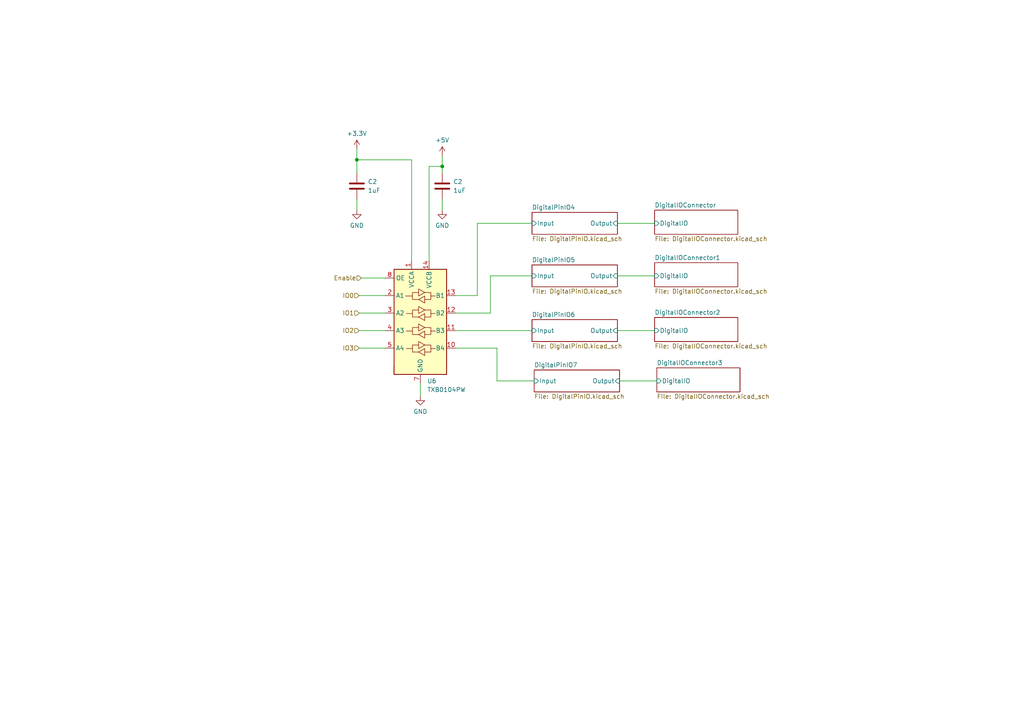
<source format=kicad_sch>
(kicad_sch (version 20230121) (generator eeschema)
  (paper "A4")
  (lib_symbols
    (symbol "Device:C" (pin_numbers hide) (pin_names (offset 0.254))
      (property "Reference" "C" (at 0.635 2.54 0))
      (property "Value" "C" (at 0.635 -2.54 0))
      (symbol "C_0_1"
        (polyline (pts (xy -2.032 -0.762) (xy 2.032 -0.762)) (stroke (width 0.508)))
        (polyline (pts (xy -2.032 0.762) (xy 2.032 0.762)) (stroke (width 0.508)))
      )
      (symbol "C_1_1"
        (pin passive line (at 0 3.81 270) (length 2.794) (name "~") (number "1"))
        (pin passive line (at 0 -3.81 90) (length 2.794) (name "~") (number "2"))
      )
    )
    (symbol "Logic_LevelTranslator:TXB0104PW"
      (property "Reference" "U" (at -6.35 16.51 0))
      (property "Value" "TXB0104PW" (at 3.81 16.51 0))
      (symbol "TXB0104PW_0_1"
        (rectangle (start -7.62 -15.24) (end -7.62 -12.7) (stroke (width 0.254)))
        (rectangle (start -7.62 15.24) (end 7.62 -15.24) (stroke (width 0.254)) (fill (type background)))
        (polyline (pts (xy -2.286 -7.747) (xy -2.286 -6.731) (xy -0.508 -6.731)))
        (polyline (pts (xy -2.286 -2.667) (xy -2.286 -1.651) (xy -0.508 -1.651)))
        (polyline (pts (xy -2.286 2.413) (xy -2.286 3.429) (xy -0.508 3.429)))
        (polyline (pts (xy -2.286 7.493) (xy -2.286 8.509) (xy -0.508 8.509)))
        (polyline (pts (xy 3.048 -7.747) (xy 3.048 -8.763) (xy 1.27 -8.763)))
        (polyline (pts (xy 3.048 -2.667) (xy 3.048 -3.683) (xy 1.27 -3.683)))
        (polyline (pts (xy 3.048 2.413) (xy 3.048 1.397) (xy 1.27 1.397)))
        (polyline (pts (xy 3.048 7.493) (xy 3.048 6.477) (xy 1.27 6.477)))
        (polyline (pts (xy -0.508 -8.763) (xy -2.286 -8.763) (xy -2.286 -7.747) (xy -4.064 -7.747)))
        (polyline (pts (xy -0.508 -8.763) (xy 1.27 -7.747) (xy 1.27 -9.779) (xy -0.508 -8.763)))
        (polyline (pts (xy -0.508 -3.683) (xy -2.286 -3.683) (xy -2.286 -2.667) (xy -4.064 -2.667)))
        (polyline (pts (xy -0.508 -3.683) (xy 1.27 -2.667) (xy 1.27 -4.699) (xy -0.508 -3.683)))
        (polyline (pts (xy -0.508 1.397) (xy -2.286 1.397) (xy -2.286 2.413) (xy -4.064 2.413)))
        (polyline (pts (xy -0.508 1.397) (xy 1.27 2.413) (xy 1.27 0.381) (xy -0.508 1.397)))
        (polyline (pts (xy -0.508 6.477) (xy -2.286 6.477) (xy -2.286 7.493) (xy -4.318 7.493)))
        (polyline (pts (xy -0.508 6.477) (xy 1.27 7.493) (xy 1.27 5.461) (xy -0.508 6.477)))
        (polyline (pts (xy 1.27 -6.731) (xy -0.508 -7.747) (xy -0.508 -5.715) (xy 1.27 -6.731)))
        (polyline (pts (xy 1.27 -6.731) (xy 3.048 -6.731) (xy 3.048 -7.747) (xy 4.318 -7.747)))
        (polyline (pts (xy 1.27 -1.651) (xy -0.508 -2.667) (xy -0.508 -0.635) (xy 1.27 -1.651)))
        (polyline (pts (xy 1.27 -1.651) (xy 3.048 -1.651) (xy 3.048 -2.667) (xy 4.318 -2.667)))
        (polyline (pts (xy 1.27 3.429) (xy -0.508 2.413) (xy -0.508 4.445) (xy 1.27 3.429)))
        (polyline (pts (xy 1.27 3.429) (xy 3.048 3.429) (xy 3.048 2.413) (xy 4.318 2.413)))
        (polyline (pts (xy 1.27 8.509) (xy -0.508 7.493) (xy -0.508 9.525) (xy 1.27 8.509)))
        (polyline (pts (xy 1.27 8.509) (xy 3.048 8.509) (xy 3.048 7.493) (xy 4.318 7.493)))
      )
      (symbol "TXB0104PW_1_1"
        (pin power_in line (at -2.54 17.78 270) (length 2.54) (name "VCCA") (number "1"))
        (pin bidirectional line (at 10.16 -7.62 180) (length 2.54) (name "B4") (number "10"))
        (pin bidirectional line (at 10.16 -2.54 180) (length 2.54) (name "B3") (number "11"))
        (pin bidirectional line (at 10.16 2.54 180) (length 2.54) (name "B2") (number "12"))
        (pin bidirectional line (at 10.16 7.62 180) (length 2.54) (name "B1") (number "13"))
        (pin power_in line (at 2.54 17.78 270) (length 2.54) (name "VCCB") (number "14"))
        (pin bidirectional line (at -10.16 7.62 0) (length 2.54) (name "A1") (number "2"))
        (pin bidirectional line (at -10.16 2.54 0) (length 2.54) (name "A2") (number "3"))
        (pin bidirectional line (at -10.16 -2.54 0) (length 2.54) (name "A3") (number "4"))
        (pin bidirectional line (at -10.16 -7.62 0) (length 2.54) (name "A4") (number "5"))
        (pin no_connect line (at -7.62 -12.7 0) (length 2.54) hide (name "NC") (number "6"))
        (pin power_in line (at 0 -17.78 90) (length 2.54) (name "GND") (number "7"))
        (pin input line (at -10.16 12.7 0) (length 2.54) (name "OE") (number "8"))
        (pin no_connect line (at 7.62 -12.7 180) (length 2.54) hide (name "NC") (number "9"))
      )
    )
    (symbol "power:+3.3V" (power) (pin_names (offset 0))
      (property "Value" "+3.3V" (at 0 3.556 0))
      (symbol "+3.3V_0_1"
        (polyline (pts (xy -0.762 1.27) (xy 0 2.54)))
        (polyline (pts (xy 0 0) (xy 0 2.54)))
        (polyline (pts (xy 0 2.54) (xy 0.762 1.27)))
      )
      (symbol "+3.3V_1_1"
        (pin power_in line (at 0 0 90) (length 0) hide (name "+3.3V") (number "1"))
      )
    )
    (symbol "power:+5V" (power) (pin_names (offset 0))
      (property "Value" "+5V" (at 0 3.556 0))
      (symbol "+5V_0_1"
        (polyline (pts (xy -0.762 1.27) (xy 0 2.54)))
        (polyline (pts (xy 0 0) (xy 0 2.54)))
        (polyline (pts (xy 0 2.54) (xy 0.762 1.27)))
      )
      (symbol "+5V_1_1"
        (pin power_in line (at 0 0 90) (length 0) hide (name "+5V") (number "1"))
      )
    )
    (symbol "power:GND" (power) (pin_names (offset 0))
      (property "Value" "GND" (at 0 -3.81 0))
      (symbol "GND_0_1"
        (polyline (pts (xy 0 0) (xy 0 -1.27) (xy 1.27 -1.27) (xy 0 -2.54) (xy -1.27 -1.27) (xy 0 -1.27)))
      )
      (symbol "GND_1_1"
        (pin power_in line (at 0 0 270) (length 0) hide (name "GND") (number "1"))
      )
    )
  )
  (junction (at 128.27 48.26))
  (junction (at 103.505 46.355))
  (wire (pts (xy 104.14 90.805) (xy 111.76 90.805)))
  (wire (pts (xy 132.08 85.725) (xy 138.43 85.725)))
  (wire (pts (xy 132.08 95.885) (xy 154.305 95.885)))
  (wire (pts (xy 179.07 80.01) (xy 189.865 80.01)))
  (wire (pts (xy 138.43 64.77) (xy 154.305 64.77)))
  (wire (pts (xy 103.505 43.18) (xy 103.505 46.355)))
  (wire (pts (xy 128.27 48.26) (xy 128.27 50.165)))
  (wire (pts (xy 132.08 100.965) (xy 144.145 100.965)))
  (wire (pts (xy 119.38 46.355) (xy 119.38 75.565)))
  (wire (pts (xy 142.24 80.01) (xy 154.305 80.01)))
  (wire (pts (xy 124.46 75.565) (xy 124.46 48.26)))
  (wire (pts (xy 179.07 95.885) (xy 189.865 95.885)))
  (wire (pts (xy 128.27 57.785) (xy 128.27 60.96)))
  (wire (pts (xy 104.14 100.965) (xy 111.76 100.965)))
  (wire (pts (xy 104.775 80.645) (xy 111.76 80.645)))
  (wire (pts (xy 179.705 110.49) (xy 190.5 110.49)))
  (wire (pts (xy 128.27 45.085) (xy 128.27 48.26)))
  (wire (pts (xy 144.145 110.49) (xy 154.94 110.49)))
  (wire (pts (xy 121.92 111.125) (xy 121.92 114.935)))
  (wire (pts (xy 132.08 90.805) (xy 142.24 90.805)))
  (wire (pts (xy 179.07 64.77) (xy 189.865 64.77)))
  (wire (pts (xy 103.505 46.355) (xy 119.38 46.355)))
  (wire (pts (xy 104.14 85.725) (xy 111.76 85.725)))
  (wire (pts (xy 103.505 46.355) (xy 103.505 50.165)))
  (wire (pts (xy 138.43 85.725) (xy 138.43 64.77)))
  (wire (pts (xy 103.505 57.785) (xy 103.505 60.96)))
  (wire (pts (xy 104.14 95.885) (xy 111.76 95.885)))
  (wire (pts (xy 144.145 100.965) (xy 144.145 110.49)))
  (wire (pts (xy 142.24 90.805) (xy 142.24 80.01)))
  (wire (pts (xy 124.46 48.26) (xy 128.27 48.26)))
  (hierarchical_label "IO1" (shape input) (at 104.14 90.805 180))
  (hierarchical_label "IO2" (shape input) (at 104.14 95.885 180))
  (hierarchical_label "IO3" (shape input) (at 104.14 100.965 180))
  (hierarchical_label "Enable" (shape input) (at 104.775 80.645 180))
  (hierarchical_label "IO0" (shape input) (at 104.14 85.725 180))
  (symbol (lib_id "Device:C") (at 103.505 53.975 0) (unit 1)
    (property "Reference" "C2" (at 106.68 52.705 0) (effects (justify left)))
    (property "Value" "1uF" (at 106.68 55.245 0) (effects (justify left)))
    (property "Footprint" "Capacitor_SMD:C_0805_2012Metric" (effects hide))
    (instances (project "TeensyIrrigation" (path "" (reference "C2") (unit 1)) (path "" (reference "C7") (unit 1)) (path "" (reference "C11") (unit 1)) (path "" (reference "C15") (unit 1)) (path "" (reference "C17") (unit 1)) (path "" (reference "C18") (unit 1)) (path "" (reference "C58") (unit 1)) (path "" (reference "C64") (unit 1))))
  )
  (symbol (lib_id "power:GND") (at 103.505 60.96 0) (unit 1)
    (property "Reference" "#PWR07" (effects hide))
    (property "Value" "GND" (at 103.505 65.405 0))
    (instances (project "TeensyIrrigation" (path "" (reference "#PWR07") (unit 1)) (path "" (reference "#PWR089") (unit 1)) (path "" (reference "#PWR0212") (unit 1)) (path "" (reference "#PWR0233") (unit 1))))
  )
  (symbol (lib_id "power:GND") (at 128.27 60.96 0) (unit 1)
    (property "Reference" "#PWR07" (effects hide))
    (property "Value" "GND" (at 128.27 65.405 0))
    (instances (project "TeensyIrrigation" (path "" (reference "#PWR07") (unit 1)) (path "" (reference "#PWR089") (unit 1)) (path "" (reference "#PWR0215") (unit 1)) (path "" (reference "#PWR0236") (unit 1))))
  )
  (symbol (lib_id "power:+5V") (at 128.27 45.085 0) (unit 1)
    (property "Reference" "#PWR01" (effects hide))
    (property "Value" "+5V" (at 128.27 40.64 0))
    (instances (project "TeensyIrrigation" (path "" (reference "#PWR01") (unit 1)) (path "" (reference "#PWR06") (unit 1)) (path "" (reference "#PWR0214") (unit 1)) (path "" (reference "#PWR0235") (unit 1))))
  )
  (symbol (lib_id "Device:C") (at 128.27 53.975 0) (unit 1)
    (property "Reference" "C2" (at 131.445 52.705 0) (effects (justify left)))
    (property "Value" "1uF" (at 131.445 55.245 0) (effects (justify left)))
    (property "Footprint" "Capacitor_SMD:C_0805_2012Metric" (effects hide))
    (instances (project "TeensyIrrigation" (path "" (reference "C2") (unit 1)) (path "" (reference "C7") (unit 1)) (path "" (reference "C11") (unit 1)) (path "" (reference "C15") (unit 1)) (path "" (reference "C17") (unit 1)) (path "" (reference "C18") (unit 1)) (path "" (reference "C59") (unit 1)) (path "" (reference "C65") (unit 1))))
  )
  (symbol (lib_id "power:+3.3V") (at 103.505 43.18 0) (unit 1)
    (property "Reference" "#PWR0193" (effects hide))
    (property "Value" "+3.3V" (at 103.505 38.735 0))
    (instances (project "TeensyIrrigation" (path "" (reference "#PWR0193") (unit 1)) (path "" (reference "#PWR0179") (unit 1)) (path "" (reference "#PWR0211") (unit 1)) (path "" (reference "#PWR0232") (unit 1))))
  )
  (symbol (lib_id "power:GND") (at 121.92 114.935 0) (unit 1)
    (property "Reference" "#PWR07" (effects hide))
    (property "Value" "GND" (at 121.92 119.38 0))
    (instances (project "TeensyIrrigation" (path "" (reference "#PWR07") (unit 1)) (path "" (reference "#PWR089") (unit 1)) (path "" (reference "#PWR0213") (unit 1)) (path "" (reference "#PWR0234") (unit 1))))
  )
  (symbol (lib_id "Logic_LevelTranslator:TXB0104PW") (at 121.92 93.345 0) (unit 1)
    (property "Reference" "U6" (at 123.8759 110.49 0) (effects (justify left)))
    (property "Value" "TXB0104PW" (at 123.8759 113.03 0) (effects (justify left)))
    (property "Footprint" "Package_SO:TSSOP-14_4.4x5mm_P0.65mm" (effects hide))
    (property "Datasheet" "http://www.ti.com/lit/ds/symlink/txb0104.pdf" (effects hide))
    (instances (project "TeensyIrrigation" (path "" (reference "U6") (unit 1)) (path "" (reference "U7") (unit 1))))
  )
  (sheet (at 154.305 61.595) (size 24.765 6.35) (stroke (width 0.1524))
    (property "Sheetname" "DigitalPinIO4" (at 154.305 60.8834 0) (effects (justify left bottom)))
    (property "Sheetfile" "DigitalPinIO.kicad_sch" (at 154.305 68.5296 0) (effects (justify left top)))
    (pin "Input" input (at 154.305 64.77 180))
    (pin "Output" input (at 179.07 64.77 0))
  )
  (sheet (at 189.865 92.075) (size 24.13 6.985) (stroke (width 0.1524))
    (property "Sheetname" "DigitalIOConnector2" (at 189.865 91.3634 0) (effects (justify left bottom)))
    (property "Sheetfile" "DigitalIOConnector.kicad_sch" (at 189.865 99.6446 0) (effects (justify left top)))
    (pin "DigitalIO" input (at 189.865 95.885 180))
  )
  (sheet (at 154.305 92.71) (size 24.765 6.35) (stroke (width 0.1524))
    (property "Sheetname" "DigitalPinIO6" (at 154.305 91.9984 0) (effects (justify left bottom)))
    (property "Sheetfile" "DigitalPinIO.kicad_sch" (at 154.305 99.6446 0) (effects (justify left top)))
    (pin "Input" input (at 154.305 95.885 180))
    (pin "Output" input (at 179.07 95.885 0))
  )
  (sheet (at 154.305 76.835) (size 24.765 6.35) (stroke (width 0.1524))
    (property "Sheetname" "DigitalPinIO5" (at 154.305 76.1234 0) (effects (justify left bottom)))
    (property "Sheetfile" "DigitalPinIO.kicad_sch" (at 154.305 83.7696 0) (effects (justify left top)))
    (pin "Input" input (at 154.305 80.01 180))
    (pin "Output" input (at 179.07 80.01 0))
  )
  (sheet (at 189.865 60.96) (size 24.13 6.985) (stroke (width 0.1524))
    (property "Sheetname" "DigitalIOConnector" (at 189.865 60.2484 0) (effects (justify left bottom)))
    (property "Sheetfile" "DigitalIOConnector.kicad_sch" (at 189.865 68.5296 0) (effects (justify left top)))
    (pin "DigitalIO" input (at 189.865 64.77 180))
  )
  (sheet (at 190.5 106.68) (size 24.13 6.985) (stroke (width 0.1524))
    (property "Sheetname" "DigitalIOConnector3" (at 190.5 105.9684 0) (effects (justify left bottom)))
    (property "Sheetfile" "DigitalIOConnector.kicad_sch" (at 190.5 114.2496 0) (effects (justify left top)))
    (pin "DigitalIO" input (at 190.5 110.49 180))
  )
  (sheet (at 154.94 107.315) (size 24.765 6.35) (stroke (width 0.1524))
    (property "Sheetname" "DigitalPinIO7" (at 154.94 106.6034 0) (effects (justify left bottom)))
    (property "Sheetfile" "DigitalPinIO.kicad_sch" (at 154.94 114.2496 0) (effects (justify left top)))
    (pin "Input" input (at 154.94 110.49 180))
    (pin "Output" input (at 179.705 110.49 0))
  )
  (sheet (at 189.865 76.2) (size 24.13 6.985) (stroke (width 0.1524))
    (property "Sheetname" "DigitalIOConnector1" (at 189.865 75.4884 0) (effects (justify left bottom)))
    (property "Sheetfile" "DigitalIOConnector.kicad_sch" (at 189.865 83.7696 0) (effects (justify left top)))
    (pin "DigitalIO" input (at 189.865 80.01 180))
  )
)
</source>
